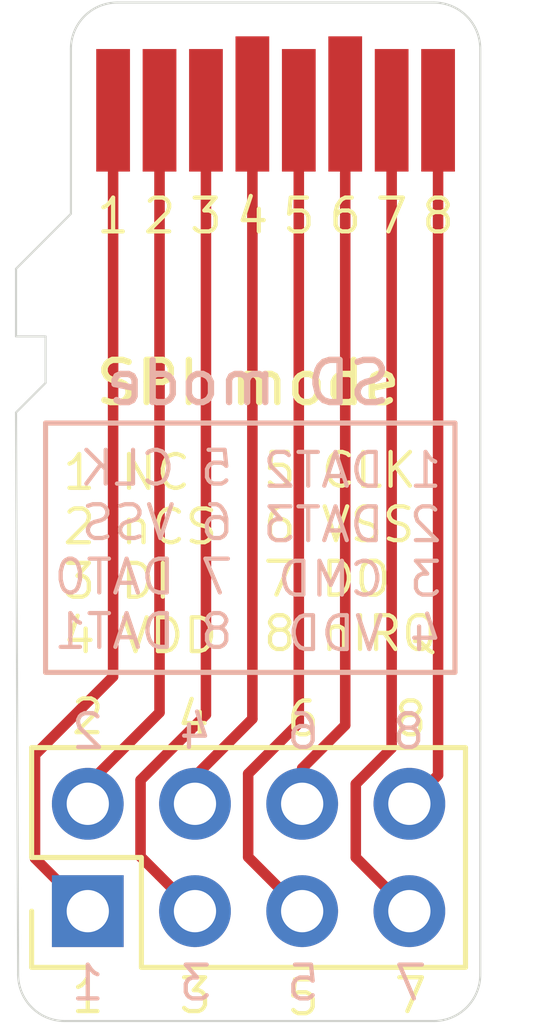
<source format=kicad_pcb>
(kicad_pcb (version 20171130) (host pcbnew "(5.1.5-0-10_14)")

  (general
    (thickness 1.6)
    (drawings 53)
    (tracks 30)
    (zones 0)
    (modules 2)
    (nets 9)
  )

  (page A4)
  (layers
    (0 F.Cu signal)
    (31 B.Cu signal)
    (32 B.Adhes user)
    (33 F.Adhes user)
    (34 B.Paste user)
    (35 F.Paste user)
    (36 B.SilkS user hide)
    (37 F.SilkS user)
    (38 B.Mask user)
    (39 F.Mask user)
    (40 Dwgs.User user)
    (41 Cmts.User user)
    (42 Eco1.User user)
    (43 Eco2.User user)
    (44 Edge.Cuts user)
    (45 Margin user)
    (46 B.CrtYd user)
    (47 F.CrtYd user)
    (48 B.Fab user)
    (49 F.Fab user hide)
  )

  (setup
    (last_trace_width 0.25)
    (trace_clearance 0.2)
    (zone_clearance 0.508)
    (zone_45_only no)
    (trace_min 0.2)
    (via_size 0.8)
    (via_drill 0.4)
    (via_min_size 0.4)
    (via_min_drill 0.3)
    (uvia_size 0.3)
    (uvia_drill 0.1)
    (uvias_allowed no)
    (uvia_min_size 0.2)
    (uvia_min_drill 0.1)
    (edge_width 0.05)
    (segment_width 0.2)
    (pcb_text_width 0.3)
    (pcb_text_size 1.5 1.5)
    (mod_edge_width 0.12)
    (mod_text_size 1 1)
    (mod_text_width 0.15)
    (pad_size 1.524 1.524)
    (pad_drill 0.762)
    (pad_to_mask_clearance 0.051)
    (solder_mask_min_width 0.25)
    (aux_axis_origin 0 0)
    (visible_elements FFFFFF7F)
    (pcbplotparams
      (layerselection 0x010fc_ffffffff)
      (usegerberextensions false)
      (usegerberattributes false)
      (usegerberadvancedattributes false)
      (creategerberjobfile false)
      (excludeedgelayer true)
      (linewidth 0.100000)
      (plotframeref false)
      (viasonmask false)
      (mode 1)
      (useauxorigin false)
      (hpglpennumber 1)
      (hpglpenspeed 20)
      (hpglpendiameter 15.000000)
      (psnegative false)
      (psa4output false)
      (plotreference true)
      (plotvalue false)
      (plotinvisibletext false)
      (padsonsilk true)
      (subtractmaskfromsilk false)
      (outputformat 1)
      (mirror false)
      (drillshape 0)
      (scaleselection 1)
      (outputdirectory "../../Desktop/SD_breakout_order/"))
  )

  (net 0 "")
  (net 1 "Net-(J1-Pad8)")
  (net 2 "Net-(J1-Pad7)")
  (net 3 "Net-(J1-Pad6)")
  (net 4 "Net-(J1-Pad5)")
  (net 5 "Net-(J1-Pad4)")
  (net 6 "Net-(J1-Pad3)")
  (net 7 "Net-(J1-Pad2)")
  (net 8 "Net-(J1-Pad1)")

  (net_class Default "This is the default net class."
    (clearance 0.2)
    (trace_width 0.25)
    (via_dia 0.8)
    (via_drill 0.4)
    (uvia_dia 0.3)
    (uvia_drill 0.1)
    (add_net "Net-(J1-Pad1)")
    (add_net "Net-(J1-Pad2)")
    (add_net "Net-(J1-Pad3)")
    (add_net "Net-(J1-Pad4)")
    (add_net "Net-(J1-Pad5)")
    (add_net "Net-(J1-Pad6)")
    (add_net "Net-(J1-Pad7)")
    (add_net "Net-(J1-Pad8)")
  )

  (module Connector_PinHeader_2.54mm:PinHeader_2x04_P2.54mm_Vertical (layer F.Cu) (tedit 59FED5CC) (tstamp 6020D5BE)
    (at 128.7 105.4 90)
    (descr "Through hole straight pin header, 2x04, 2.54mm pitch, double rows")
    (tags "Through hole pin header THT 2x04 2.54mm double row")
    (path /6020A6B5)
    (fp_text reference J2 (at 1.27 -2.33 90) (layer F.SilkS) hide
      (effects (font (size 1 1) (thickness 0.15)))
    )
    (fp_text value "Pin Header" (at 1.27 9.95 90) (layer F.Fab)
      (effects (font (size 1 1) (thickness 0.15)))
    )
    (fp_text user %R (at 1.27 3.81) (layer F.Fab)
      (effects (font (size 1 1) (thickness 0.15)))
    )
    (fp_line (start 4.35 -1.8) (end -1.8 -1.8) (layer F.CrtYd) (width 0.05))
    (fp_line (start 4.35 9.4) (end 4.35 -1.8) (layer F.CrtYd) (width 0.05))
    (fp_line (start -1.8 9.4) (end 4.35 9.4) (layer F.CrtYd) (width 0.05))
    (fp_line (start -1.8 -1.8) (end -1.8 9.4) (layer F.CrtYd) (width 0.05))
    (fp_line (start -1.33 -1.33) (end 0 -1.33) (layer F.SilkS) (width 0.12))
    (fp_line (start -1.33 0) (end -1.33 -1.33) (layer F.SilkS) (width 0.12))
    (fp_line (start 1.27 -1.33) (end 3.87 -1.33) (layer F.SilkS) (width 0.12))
    (fp_line (start 1.27 1.27) (end 1.27 -1.33) (layer F.SilkS) (width 0.12))
    (fp_line (start -1.33 1.27) (end 1.27 1.27) (layer F.SilkS) (width 0.12))
    (fp_line (start 3.87 -1.33) (end 3.87 8.95) (layer F.SilkS) (width 0.12))
    (fp_line (start -1.33 1.27) (end -1.33 8.95) (layer F.SilkS) (width 0.12))
    (fp_line (start -1.33 8.95) (end 3.87 8.95) (layer F.SilkS) (width 0.12))
    (fp_line (start -1.27 0) (end 0 -1.27) (layer F.Fab) (width 0.1))
    (fp_line (start -1.27 8.89) (end -1.27 0) (layer F.Fab) (width 0.1))
    (fp_line (start 3.81 8.89) (end -1.27 8.89) (layer F.Fab) (width 0.1))
    (fp_line (start 3.81 -1.27) (end 3.81 8.89) (layer F.Fab) (width 0.1))
    (fp_line (start 0 -1.27) (end 3.81 -1.27) (layer F.Fab) (width 0.1))
    (pad 8 thru_hole oval (at 2.54 7.62 90) (size 1.7 1.7) (drill 1) (layers *.Cu *.Mask)
      (net 1 "Net-(J1-Pad8)"))
    (pad 7 thru_hole oval (at 0 7.62 90) (size 1.7 1.7) (drill 1) (layers *.Cu *.Mask)
      (net 2 "Net-(J1-Pad7)"))
    (pad 6 thru_hole oval (at 2.54 5.08 90) (size 1.7 1.7) (drill 1) (layers *.Cu *.Mask)
      (net 3 "Net-(J1-Pad6)"))
    (pad 5 thru_hole oval (at 0 5.08 90) (size 1.7 1.7) (drill 1) (layers *.Cu *.Mask)
      (net 4 "Net-(J1-Pad5)"))
    (pad 4 thru_hole oval (at 2.54 2.54 90) (size 1.7 1.7) (drill 1) (layers *.Cu *.Mask)
      (net 5 "Net-(J1-Pad4)"))
    (pad 3 thru_hole oval (at 0 2.54 90) (size 1.7 1.7) (drill 1) (layers *.Cu *.Mask)
      (net 6 "Net-(J1-Pad3)"))
    (pad 2 thru_hole oval (at 2.54 0 90) (size 1.7 1.7) (drill 1) (layers *.Cu *.Mask)
      (net 7 "Net-(J1-Pad2)"))
    (pad 1 thru_hole rect (at 0 0 90) (size 1.7 1.7) (drill 1) (layers *.Cu *.Mask)
      (net 8 "Net-(J1-Pad1)"))
    (model ${KISYS3DMOD}/Connector_PinHeader_2.54mm.3dshapes/PinHeader_2x04_P2.54mm_Vertical.wrl
      (at (xyz 0 0 0))
      (scale (xyz 1 1 1))
      (rotate (xyz 0 0 0))
    )
  )

  (module microSD:microSD (layer F.Cu) (tedit 602079D1) (tstamp 6020F4FF)
    (at 133.15 88)
    (path /60209581)
    (fp_text reference J1 (at -3 -7) (layer F.SilkS) hide
      (effects (font (size 1 1) (thickness 0.15)))
    )
    (fp_text value Micro_SD_Card (at -2 -5.5) (layer F.Fab)
      (effects (font (size 1 1) (thickness 0.15)))
    )
    (fp_text user "thickness 1.0mm" (at 0 12.5 180) (layer F.Fab)
      (effects (font (size 1 1) (thickness 0.15)))
    )
    (fp_arc (start 3.85 -3.1) (end 4.85 -3.1) (angle -90) (layer F.Fab) (width 0.12))
    (fp_arc (start -3.85 -3.1) (end -3.85 -4.1) (angle -90) (layer F.Fab) (width 0.12))
    (fp_line (start 4.85 10.6) (end 4.85 -3.1) (layer F.Fab) (width 0.12))
    (fp_line (start -6.15 10.6) (end 4.7 10.6) (layer F.Fab) (width 0.12))
    (fp_line (start -6.15 5.6) (end -6.15 10.6) (layer F.Fab) (width 0.12))
    (fp_line (start -5.45 4.9) (end -6.15 5.6) (layer F.Fab) (width 0.12))
    (fp_line (start -5.45 3.8) (end -5.45 4.9) (layer F.Fab) (width 0.12))
    (fp_line (start -6.15 3.8) (end -5.45 3.8) (layer F.Fab) (width 0.12))
    (fp_line (start -3.85 -4.1) (end 3.85 -4.1) (layer F.Fab) (width 0.12))
    (fp_line (start -4.85 0.9) (end -4.85 -3.1) (layer F.Fab) (width 0.12))
    (fp_line (start -6.15 2.2) (end -4.85 0.9) (layer F.Fab) (width 0.12))
    (fp_line (start -6.15 2.2) (end -6.15 3.8) (layer F.Fab) (width 0.12))
    (pad 8 smd rect (at 3.85 -1.55) (size 0.8 2.9) (layers F.Cu F.Paste F.Mask)
      (net 1 "Net-(J1-Pad8)"))
    (pad 7 smd rect (at 2.75 -1.55) (size 0.8 2.9) (layers F.Cu F.Paste F.Mask)
      (net 2 "Net-(J1-Pad7)"))
    (pad 6 smd rect (at 1.65 -1.7) (size 0.8 3.2) (layers F.Cu F.Paste F.Mask)
      (net 3 "Net-(J1-Pad6)"))
    (pad 5 smd rect (at 0.55 -1.55) (size 0.8 2.9) (layers F.Cu F.Paste F.Mask)
      (net 4 "Net-(J1-Pad5)"))
    (pad 4 smd rect (at -0.55 -1.7) (size 0.8 3.2) (layers F.Cu F.Paste F.Mask)
      (net 5 "Net-(J1-Pad4)"))
    (pad 3 smd rect (at -1.65 -1.55) (size 0.8 2.9) (layers F.Cu F.Paste F.Mask)
      (net 6 "Net-(J1-Pad3)"))
    (pad 2 smd rect (at -2.75 -1.55) (size 0.8 2.9) (layers F.Cu F.Paste F.Mask)
      (net 7 "Net-(J1-Pad2)"))
    (pad 1 smd rect (at -3.85 -1.55) (size 0.8 2.9) (layers F.Cu F.Paste F.Mask)
      (net 8 "Net-(J1-Pad1)"))
  )

  (gr_text "SD mode" (at 132.5 92.9) (layer B.SilkS) (tstamp 6020F58B)
    (effects (font (size 1 1) (thickness 0.15)) (justify mirror))
  )
  (gr_line (start 137.4 99.75) (end 137.4 93.85) (layer B.SilkS) (width 0.12) (tstamp 6020F55F))
  (gr_line (start 137.4 93.85) (end 127.7 93.85) (layer B.SilkS) (width 0.12) (tstamp 6020F55E))
  (gr_line (start 127.7 93.85) (end 127.7 99.75) (layer B.SilkS) (width 0.12) (tstamp 6020F55D))
  (gr_line (start 127.7 99.75) (end 137.4 99.75) (layer B.SilkS) (width 0.12) (tstamp 6020F55C))
  (gr_text "1 DAT2\n2 DAT3\n3 CMD\n4 VDD" (at 137.15 96.9) (layer B.SilkS) (tstamp 6020F55B)
    (effects (font (size 0.8 0.8) (thickness 0.1)) (justify left mirror))
  )
  (gr_text "5 CLK\n6 VSS\n7 DAT0\n8 DAT1" (at 132.2 96.85) (layer B.SilkS) (tstamp 6020F55A)
    (effects (font (size 0.8 0.8) (thickness 0.1)) (justify left mirror))
  )
  (gr_text "SPI mode" (at 132.5 92.9) (layer F.SilkS)
    (effects (font (size 1 1) (thickness 0.15)))
  )
  (gr_text "5 CLK\n6 VSS\n7 DO\n8 nIRQ" (at 132.8 96.9) (layer F.SilkS) (tstamp 6020F53F)
    (effects (font (size 0.8 0.8) (thickness 0.1)) (justify left))
  )
  (gr_arc (start 136.9 106.9) (end 136.9 108) (angle -90) (layer Edge.Cuts) (width 0.05) (tstamp 6020D96F))
  (gr_arc (start 128.15 106.9) (end 127.05 106.9) (angle -90) (layer Edge.Cuts) (width 0.05) (tstamp 6020D96F))
  (gr_text 1 (at 128.7 107.1) (layer B.SilkS) (tstamp 6020D8DD)
    (effects (font (size 0.8 0.8) (thickness 0.1)) (justify mirror))
  )
  (gr_text 6 (at 133.8 101.15) (layer B.SilkS) (tstamp 6020D8DC)
    (effects (font (size 0.8 0.8) (thickness 0.1)) (justify mirror))
  )
  (gr_text 2 (at 128.7 101.15) (layer B.SilkS) (tstamp 6020D8DB)
    (effects (font (size 0.8 0.8) (thickness 0.1)) (justify mirror))
  )
  (gr_text 4 (at 131.25 101.15) (layer B.SilkS) (tstamp 6020D902)
    (effects (font (size 0.8 0.8) (thickness 0.1)) (justify mirror))
  )
  (gr_text 5 (at 133.8 107.1) (layer B.SilkS) (tstamp 6020D8D9)
    (effects (font (size 0.8 0.8) (thickness 0.1)) (justify mirror))
  )
  (gr_text 8 (at 136.3 101.15) (layer B.SilkS) (tstamp 6020D8D8)
    (effects (font (size 0.8 0.8) (thickness 0.1)) (justify mirror))
  )
  (gr_text 7 (at 136.35 107.1) (layer B.SilkS) (tstamp 6020D8D7)
    (effects (font (size 0.8 0.8) (thickness 0.1)) (justify mirror))
  )
  (gr_text 3 (at 131.25 107.1) (layer B.SilkS) (tstamp 6020D8D6)
    (effects (font (size 0.8 0.8) (thickness 0.1)) (justify mirror))
  )
  (gr_line (start 127.7 93.85) (end 137.4 93.85) (layer F.SilkS) (width 0.12) (tstamp 6020F539))
  (gr_line (start 127.7 99.75) (end 127.7 93.85) (layer F.SilkS) (width 0.12) (tstamp 6020F536))
  (gr_line (start 137.4 99.75) (end 127.7 99.75) (layer F.SilkS) (width 0.12) (tstamp 6020F533))
  (gr_line (start 137.4 93.85) (end 137.4 99.75) (layer F.SilkS) (width 0.12) (tstamp 6020F530))
  (gr_text 8 (at 137 88.95) (layer F.SilkS) (tstamp 6020D858)
    (effects (font (size 0.8 0.8) (thickness 0.1)))
  )
  (gr_text 7 (at 135.9 88.95) (layer F.SilkS) (tstamp 6020D858)
    (effects (font (size 0.8 0.8) (thickness 0.1)))
  )
  (gr_text 6 (at 134.8 88.95) (layer F.SilkS) (tstamp 6020D858)
    (effects (font (size 0.8 0.8) (thickness 0.1)))
  )
  (gr_text 5 (at 133.7 88.95) (layer F.SilkS) (tstamp 6020D858)
    (effects (font (size 0.8 0.8) (thickness 0.1)))
  )
  (gr_text 4 (at 132.6 88.95) (layer F.SilkS) (tstamp 6020D858)
    (effects (font (size 0.8 0.8) (thickness 0.1)))
  )
  (gr_text 3 (at 131.5 88.95) (layer F.SilkS) (tstamp 6020D858)
    (effects (font (size 0.8 0.8) (thickness 0.1)))
  )
  (gr_text 2 (at 130.4 88.95) (layer F.SilkS) (tstamp 6020D858)
    (effects (font (size 0.8 0.8) (thickness 0.1)))
  )
  (gr_text 1 (at 129.3 88.95) (layer F.SilkS) (tstamp 6020F8C3)
    (effects (font (size 0.8 0.8) (thickness 0.1)))
  )
  (gr_text "1 NC\n2 nCS\n3 DI\n4 VDD" (at 128.05 96.95) (layer F.SilkS) (tstamp 6020F53C)
    (effects (font (size 0.8 0.8) (thickness 0.1)) (justify left))
  )
  (gr_text 2 (at 128.7 100.8) (layer F.SilkS) (tstamp 6020D858)
    (effects (font (size 0.8 0.8) (thickness 0.1)))
  )
  (gr_text 4 (at 131.2 100.85) (layer F.SilkS) (tstamp 6020D858)
    (effects (font (size 0.8 0.8) (thickness 0.1)))
  )
  (gr_text 6 (at 133.8 100.85) (layer F.SilkS) (tstamp 6020D858)
    (effects (font (size 0.8 0.8) (thickness 0.1)))
  )
  (gr_text 8 (at 136.35 100.85) (layer F.SilkS) (tstamp 6020D858)
    (effects (font (size 0.8 0.8) (thickness 0.1)))
  )
  (gr_text 7 (at 136.35 107.4) (layer F.SilkS) (tstamp 6020D858)
    (effects (font (size 0.8 0.8) (thickness 0.1)))
  )
  (gr_text 5 (at 133.8 107.45) (layer F.SilkS) (tstamp 6020D858)
    (effects (font (size 0.8 0.8) (thickness 0.1)))
  )
  (gr_text 3 (at 131.25 107.4) (layer F.SilkS) (tstamp 6020D85D)
    (effects (font (size 0.8 0.8) (thickness 0.1)))
  )
  (gr_text 1 (at 128.7 107.4) (layer F.SilkS)
    (effects (font (size 0.8 0.8) (thickness 0.1)))
  )
  (gr_line (start 138 106.9) (end 138 98.6) (layer Edge.Cuts) (width 0.05) (tstamp 6020D768))
  (gr_line (start 128.15 108) (end 136.9 108) (layer Edge.Cuts) (width 0.05))
  (gr_line (start 127 93.6) (end 127.05 106.9) (layer Edge.Cuts) (width 0.05))
  (gr_line (start 127.7 92.9) (end 127 93.6) (layer Edge.Cuts) (width 0.05))
  (gr_line (start 127.7 91.8) (end 127.7 92.9) (layer Edge.Cuts) (width 0.05))
  (gr_line (start 127 91.8) (end 127.7 91.8) (layer Edge.Cuts) (width 0.05))
  (gr_line (start 127 90.2) (end 127 91.8) (layer Edge.Cuts) (width 0.05))
  (gr_line (start 128.3 88.9) (end 127 90.2) (layer Edge.Cuts) (width 0.05))
  (gr_line (start 128.3 85) (end 128.3 88.9) (layer Edge.Cuts) (width 0.05))
  (gr_line (start 136.9 83.9) (end 129.4 83.9) (layer Edge.Cuts) (width 0.05) (tstamp 6020D767))
  (gr_arc (start 129.4 85) (end 129.4 83.9) (angle -90) (layer Edge.Cuts) (width 0.05) (tstamp 6020D763))
  (gr_arc (start 136.9 85) (end 138 85) (angle -90) (layer Edge.Cuts) (width 0.05))
  (gr_line (start 138 98.6) (end 138 85) (layer Edge.Cuts) (width 0.05))

  (segment (start 137 102.18) (end 136.32 102.86) (width 0.25) (layer F.Cu) (net 1))
  (segment (start 137 86.45) (end 137 102.18) (width 0.25) (layer F.Cu) (net 1))
  (segment (start 135.470001 104.550001) (end 136.32 105.4) (width 0.25) (layer F.Cu) (net 2))
  (segment (start 135.05 102.390998) (end 135.05 104.13) (width 0.25) (layer F.Cu) (net 2))
  (segment (start 135.9 101.540998) (end 135.05 102.390998) (width 0.25) (layer F.Cu) (net 2))
  (segment (start 135.05 104.13) (end 135.470001 104.550001) (width 0.25) (layer F.Cu) (net 2))
  (segment (start 135.9 86.45) (end 135.9 101.540998) (width 0.25) (layer F.Cu) (net 2))
  (segment (start 134.8 101) (end 133.78 102.02) (width 0.25) (layer F.Cu) (net 3))
  (segment (start 133.78 102.02) (end 133.78 102.86) (width 0.25) (layer F.Cu) (net 3))
  (segment (start 134.8 86.3) (end 134.8 101) (width 0.25) (layer F.Cu) (net 3))
  (segment (start 132.5 102.15) (end 132.5 104.12) (width 0.25) (layer F.Cu) (net 4))
  (segment (start 132.930001 104.550001) (end 133.78 105.4) (width 0.25) (layer F.Cu) (net 4))
  (segment (start 132.5 104.12) (end 132.930001 104.550001) (width 0.25) (layer F.Cu) (net 4))
  (segment (start 133.7 100.95) (end 132.5 102.15) (width 0.25) (layer F.Cu) (net 4))
  (segment (start 133.7 86.45) (end 133.7 100.95) (width 0.25) (layer F.Cu) (net 4))
  (segment (start 131.24 102.21) (end 131.24 102.86) (width 0.25) (layer F.Cu) (net 5))
  (segment (start 132.6 100.85) (end 131.24 102.21) (width 0.25) (layer F.Cu) (net 5))
  (segment (start 132.6 86.3) (end 132.6 100.85) (width 0.25) (layer F.Cu) (net 5))
  (segment (start 130.390001 104.550001) (end 131.24 105.4) (width 0.25) (layer F.Cu) (net 6))
  (segment (start 129.95 104.11) (end 130.390001 104.550001) (width 0.25) (layer F.Cu) (net 6))
  (segment (start 129.95 102.3) (end 129.95 104.11) (width 0.25) (layer F.Cu) (net 6))
  (segment (start 131.5 100.75) (end 129.95 102.3) (width 0.25) (layer F.Cu) (net 6))
  (segment (start 131.5 86.45) (end 131.5 100.75) (width 0.25) (layer F.Cu) (net 6))
  (segment (start 128.7 102.4) (end 128.7 102.86) (width 0.25) (layer F.Cu) (net 7))
  (segment (start 130.4 100.7) (end 128.7 102.4) (width 0.25) (layer F.Cu) (net 7))
  (segment (start 130.4 86.45) (end 130.4 100.7) (width 0.25) (layer F.Cu) (net 7))
  (segment (start 127.45 104.15) (end 128.7 105.4) (width 0.25) (layer F.Cu) (net 8))
  (segment (start 127.45 101.7) (end 127.45 104.15) (width 0.25) (layer F.Cu) (net 8))
  (segment (start 129.3 99.85) (end 127.45 101.7) (width 0.25) (layer F.Cu) (net 8))
  (segment (start 129.3 86.45) (end 129.3 99.85) (width 0.25) (layer F.Cu) (net 8))

)

</source>
